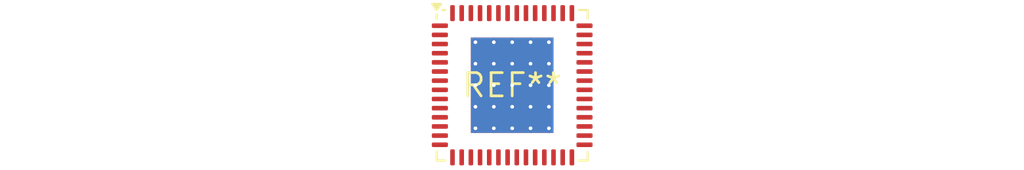
<source format=kicad_pcb>
(kicad_pcb (version 20240108) (generator pcbnew)
  (layers (0 "F.Cu" signal) (31 "B.Cu" signal) (34 "B.Paste" user) (35 "F.Paste" user) (36 "B.SilkS" user "B.Silkscreen") (37 "F.SilkS" user "F.Silkscreen") (38 "B.Mask" user) (39 "F.Mask" user) (44 "Edge.Cuts" user))
  (net 0 "")
  (footprint "QFN-56-1EP_8x8mm_P0.5mm_EP4.5x5.2mm_ThermalVias" (layer "F.Cu") (at 0 0)
    (property "Reference" "REF**")
    (property "Value" "QFN-56-1EP_8x8mm_P0.5mm_EP4.5x5.2mm_ThermalVias")
    (fp_line (start -4.11 -3.635) (end -4.11 -3.87) (layer "F.SilkS") (stroke (width 0.12)))
    (fp_line (start -4.11 4.11) (end -4.11 3.635) (layer "F.SilkS") (stroke (width 0.12)))
    (fp_line (start -3.635 -4.11) (end -3.81 -4.11) (layer "F.SilkS") (stroke (width 0.12)))
    (fp_line (start -3.635 4.11) (end -4.11 4.11) (layer "F.SilkS") (stroke (width 0.12)))
    (fp_line (start 3.635 -4.11) (end 4.11 -4.11) (layer "F.SilkS") (stroke (width 0.12)))
    (fp_line (start 3.635 4.11) (end 4.11 4.11) (layer "F.SilkS") (stroke (width 0.12)))
    (fp_line (start 4.11 -4.11) (end 4.11 -3.635) (layer "F.SilkS") (stroke (width 0.12)))
    (fp_line (start 4.11 4.11) (end 4.11 3.635) (layer "F.SilkS") (stroke (width 0.12)))
    (fp_poly (pts (xy -4.11 -4.11) (xy -4.35 -4.44) (xy -3.87 -4.44) (xy -4.11 -4.11)) (layer "F.SilkS") (stroke (width 0.12)) (fill solid))
    (pad "1" smd roundrect (at -3.9375 -3.25) (size 0.875 0.25) (layers "F.Cu" "F.Paste" "F.Mask"))
    (pad "2" smd roundrect (at -3.9375 -2.75) (size 0.875 0.25) (layers "F.Cu" "F.Paste" "F.Mask"))
    (pad "3" smd roundrect (at -3.9375 -2.25) (size 0.875 0.25) (layers "F.Cu" "F.Paste" "F.Mask"))
    (pad "4" smd roundrect (at -3.9375 -1.75) (size 0.875 0.25) (layers "F.Cu" "F.Paste" "F.Mask"))
    (pad "5" smd roundrect (at -3.9375 -1.25) (size 0.875 0.25) (layers "F.Cu" "F.Paste" "F.Mask"))
    (pad "6" smd roundrect (at -3.9375 -0.75) (size 0.875 0.25) (layers "F.Cu" "F.Paste" "F.Mask"))
    (pad "7" smd roundrect (at -3.9375 -0.25) (size 0.875 0.25) (layers "F.Cu" "F.Paste" "F.Mask"))
    (pad "8" smd roundrect (at -3.9375 0.25) (size 0.875 0.25) (layers "F.Cu" "F.Paste" "F.Mask"))
    (pad "9" smd roundrect (at -3.9375 0.75) (size 0.875 0.25) (layers "F.Cu" "F.Paste" "F.Mask"))
    (pad "10" smd roundrect (at -3.9375 1.25) (size 0.875 0.25) (layers "F.Cu" "F.Paste" "F.Mask"))
    (pad "11" smd roundrect (at -3.9375 1.75) (size 0.875 0.25) (layers "F.Cu" "F.Paste" "F.Mask"))
    (pad "12" smd roundrect (at -3.9375 2.25) (size 0.875 0.25) (layers "F.Cu" "F.Paste" "F.Mask"))
    (pad "13" smd roundrect (at -3.9375 2.75) (size 0.875 0.25) (layers "F.Cu" "F.Paste" "F.Mask"))
    (pad "14" smd roundrect (at -3.9375 3.25) (size 0.875 0.25) (layers "F.Cu" "F.Paste" "F.Mask"))
    (pad "15" smd roundrect (at -3.25 3.9375) (size 0.25 0.875) (layers "F.Cu" "F.Paste" "F.Mask"))
    (pad "16" smd roundrect (at -2.75 3.9375) (size 0.25 0.875) (layers "F.Cu" "F.Paste" "F.Mask"))
    (pad "17" smd roundrect (at -2.25 3.9375) (size 0.25 0.875) (layers "F.Cu" "F.Paste" "F.Mask"))
    (pad "18" smd roundrect (at -1.75 3.9375) (size 0.25 0.875) (layers "F.Cu" "F.Paste" "F.Mask"))
    (pad "19" smd roundrect (at -1.25 3.9375) (size 0.25 0.875) (layers "F.Cu" "F.Paste" "F.Mask"))
    (pad "20" smd roundrect (at -0.75 3.9375) (size 0.25 0.875) (layers "F.Cu" "F.Paste" "F.Mask"))
    (pad "21" smd roundrect (at -0.25 3.9375) (size 0.25 0.875) (layers "F.Cu" "F.Paste" "F.Mask"))
    (pad "22" smd roundrect (at 0.25 3.9375) (size 0.25 0.875) (layers "F.Cu" "F.Paste" "F.Mask"))
    (pad "23" smd roundrect (at 0.75 3.9375) (size 0.25 0.875) (layers "F.Cu" "F.Paste" "F.Mask"))
    (pad "24" smd roundrect (at 1.25 3.9375) (size 0.25 0.875) (layers "F.Cu" "F.Paste" "F.Mask"))
    (pad "25" smd roundrect (at 1.75 3.9375) (size 0.25 0.875) (layers "F.Cu" "F.Paste" "F.Mask"))
    (pad "26" smd roundrect (at 2.25 3.9375) (size 0.25 0.875) (layers "F.Cu" "F.Paste" "F.Mask"))
    (pad "27" smd roundrect (at 2.75 3.9375) (size 0.25 0.875) (layers "F.Cu" "F.Paste" "F.Mask"))
    (pad "28" smd roundrect (at 3.25 3.9375) (size 0.25 0.875) (layers "F.Cu" "F.Paste" "F.Mask"))
    (pad "29" smd roundrect (at 3.9375 3.25) (size 0.875 0.25) (layers "F.Cu" "F.Paste" "F.Mask"))
    (pad "30" smd roundrect (at 3.9375 2.75) (size 0.875 0.25) (layers "F.Cu" "F.Paste" "F.Mask"))
    (pad "31" smd roundrect (at 3.9375 2.25) (size 0.875 0.25) (layers "F.Cu" "F.Paste" "F.Mask"))
    (pad "32" smd roundrect (at 3.9375 1.75) (size 0.875 0.25) (layers "F.Cu" "F.Paste" "F.Mask"))
    (pad "33" smd roundrect (at 3.9375 1.25) (size 0.875 0.25) (layers "F.Cu" "F.Paste" "F.Mask"))
    (pad "34" smd roundrect (at 3.9375 0.75) (size 0.875 0.25) (layers "F.Cu" "F.Paste" "F.Mask"))
    (pad "35" smd roundrect (at 3.9375 0.25) (size 0.875 0.25) (layers "F.Cu" "F.Paste" "F.Mask"))
    (pad "36" smd roundrect (at 3.9375 -0.25) (size 0.875 0.25) (layers "F.Cu" "F.Paste" "F.Mask"))
    (pad "37" smd roundrect (at 3.9375 -0.75) (size 0.875 0.25) (layers "F.Cu" "F.Paste" "F.Mask"))
    (pad "38" smd roundrect (at 3.9375 -1.25) (size 0.875 0.25) (layers "F.Cu" "F.Paste" "F.Mask"))
    (pad "39" smd roundrect (at 3.9375 -1.75) (size 0.875 0.25) (layers "F.Cu" "F.Paste" "F.Mask"))
    (pad "40" smd roundrect (at 3.9375 -2.25) (size 0.875 0.25) (layers "F.Cu" "F.Paste" "F.Mask"))
    (pad "41" smd roundrect (at 3.9375 -2.75) (size 0.875 0.25) (layers "F.Cu" "F.Paste" "F.Mask"))
    (pad "42" smd roundrect (at 3.9375 -3.25) (size 0.875 0.25) (layers "F.Cu" "F.Paste" "F.Mask"))
    (pad "43" smd roundrect (at 3.25 -3.9375) (size 0.25 0.875) (layers "F.Cu" "F.Paste" "F.Mask"))
    (pad "44" smd roundrect (at 2.75 -3.9375) (size 0.25 0.875) (layers "F.Cu" "F.Paste" "F.Mask"))
    (pad "45" smd roundrect (at 2.25 -3.9375) (size 0.25 0.875) (layers "F.Cu" "F.Paste" "F.Mask"))
    (pad "46" smd roundrect (at 1.75 -3.9375) (size 0.25 0.875) (layers "F.Cu" "F.Paste" "F.Mask"))
    (pad "47" smd roundrect (at 1.25 -3.9375) (size 0.25 0.875) (layers "F.Cu" "F.Paste" "F.Mask"))
    (pad "48" smd roundrect (at 0.75 -3.9375) (size 0.25 0.875) (layers "F.Cu" "F.Paste" "F.Mask"))
    (pad "49" smd roundrect (at 0.25 -3.9375) (size 0.25 0.875) (layers "F.Cu" "F.Paste" "F.Mask"))
    (pad "50" smd roundrect (at -0.25 -3.9375) (size 0.25 0.875) (layers "F.Cu" "F.Paste" "F.Mask"))
    (pad "51" smd roundrect (at -0.75 -3.9375) (size 0.25 0.875) (layers "F.Cu" "F.Paste" "F.Mask"))
    (pad "52" smd roundrect (at -1.25 -3.9375) (size 0.25 0.875) (layers "F.Cu" "F.Paste" "F.Mask"))
    (pad "53" smd roundrect (at -1.75 -3.9375) (size 0.25 0.875) (layers "F.Cu" "F.Paste" "F.Mask"))
    (pad "54" smd roundrect (at -2.25 -3.9375) (size 0.25 0.875) (layers "F.Cu" "F.Paste" "F.Mask"))
    (pad "55" smd roundrect (at -2.75 -3.9375) (size 0.25 0.875) (layers "F.Cu" "F.Paste" "F.Mask"))
    (pad "56" smd roundrect (at -3.25 -3.9375) (size 0.25 0.875) (layers "F.Cu" "F.Paste" "F.Mask"))
    (pad "57" thru_hole circle (at -2 -2.35) (size 0.5 0.5) (drill 0.2) (property pad_prop_heatsink) (layers *.Cu) (remove_unused_layers))
    (pad "57" thru_hole circle (at -2 -1.175) (size 0.5 0.5) (drill 0.2) (property pad_prop_heatsink) (layers *.Cu) (remove_unused_layers))
    (pad "57" thru_hole circle (at -2 0) (size 0.5 0.5) (drill 0.2) (property pad_prop_heatsink) (layers *.Cu) (remove_unused_layers))
    (pad "57" thru_hole circle (at -2 1.175) (size 0.5 0.5) (drill 0.2) (property pad_prop_heatsink) (layers *.Cu) (remove_unused_layers))
    (pad "57" thru_hole circle (at -2 2.35) (size 0.5 0.5) (drill 0.2) (property pad_prop_heatsink) (layers *.Cu) (remove_unused_layers))
    (pad "57" thru_hole circle (at -1 -2.35) (size 0.5 0.5) (drill 0.2) (property pad_prop_heatsink) (layers *.Cu) (remove_unused_layers))
    (pad "57" thru_hole circle (at -1 -1.175) (size 0.5 0.5) (drill 0.2) (property pad_prop_heatsink) (layers *.Cu) (remove_unused_layers))
    (pad "57" thru_hole circle (at -1 0) (size 0.5 0.5) (drill 0.2) (property pad_prop_heatsink) (layers *.Cu) (remove_unused_layers))
    (pad "57" thru_hole circle (at -1 1.175) (size 0.5 0.5) (drill 0.2) (property pad_prop_heatsink) (layers *.Cu) (remove_unused_layers))
    (pad "57" thru_hole circle (at -1 2.35) (size 0.5 0.5) (drill 0.2) (property pad_prop_heatsink) (layers *.Cu) (remove_unused_layers))
    (pad "57" thru_hole circle (at 0 -2.35) (size 0.5 0.5) (drill 0.2) (property pad_prop_heatsink) (layers *.Cu) (remove_unused_layers))
    (pad "57" thru_hole circle (at 0 -1.175) (size 0.5 0.5) (drill 0.2) (property pad_prop_heatsink) (layers *.Cu) (remove_unused_layers))
    (pad "57" thru_hole circle (at 0 0) (size 0.5 0.5) (drill 0.2) (property pad_prop_heatsink) (layers *.Cu) (remove_unused_layers))
    (pad "57" smd rect (at 0 0) (size 4.5 5.2) (property pad_prop_heatsink) (layers "F.Cu" "F.Mask"))
    (pad "57" smd rect (at 0 0) (size 4.5 5.2) (property pad_prop_heatsink) (layers "B.Cu"))
    (pad "57" thru_hole circle (at 0 1.175) (size 0.5 0.5) (drill 0.2) (property pad_prop_heatsink) (layers *.Cu) (remove_unused_layers))
    (pad "57" thru_hole circle (at 0 2.35) (size 0.5 0.5) (drill 0.2) (property pad_prop_heatsink) (layers *.Cu) (remove_unused_layers))
    (pad "57" thru_hole circle (at 1 -2.35) (size 0.5 0.5) (drill 0.2) (property pad_prop_heatsink) (layers *.Cu) (remove_unused_layers))
    (pad "57" thru_hole circle (at 1 -1.175) (size 0.5 0.5) (drill 0.2) (property pad_prop_heatsink) (layers *.Cu) (remove_unused_layers))
    (pad "57" thru_hole circle (at 1 0) (size 0.5 0.5) (drill 0.2) (property pad_prop_heatsink) (layers *.Cu) (remove_unused_layers))
    (pad "57" thru_hole circle (at 1 1.175) (size 0.5 0.5) (drill 0.2) (property pad_prop_heatsink) (layers *.Cu) (remove_unused_layers))
    (pad "57" thru_hole circle (at 1 2.35) (size 0.5 0.5) (drill 0.2) (property pad_prop_heatsink) (layers *.Cu) (remove_unused_layers))
    (pad "57" thru_hole circle (at 2 -2.35) (size 0.5 0.5) (drill 0.2) (property pad_prop_heatsink) (layers *.Cu) (remove_unused_layers))
    (pad "57" thru_hole circle (at 2 -1.175) (size 0.5 0.5) (drill 0.2) (property pad_prop_heatsink) (layers *.Cu) (remove_unused_layers))
    (pad "57" thru_hole circle (at 2 0) (size 0.5 0.5) (drill 0.2) (property pad_prop_heatsink) (layers *.Cu) (remove_unused_layers))
    (pad "57" thru_hole circle (at 2 1.175) (size 0.5 0.5) (drill 0.2) (property pad_prop_heatsink) (layers *.Cu) (remove_unused_layers))
    (pad "57" thru_hole circle (at 2 2.35) (size 0.5 0.5) (drill 0.2) (property pad_prop_heatsink) (layers *.Cu) (remove_unused_layers))
  )
)
</source>
